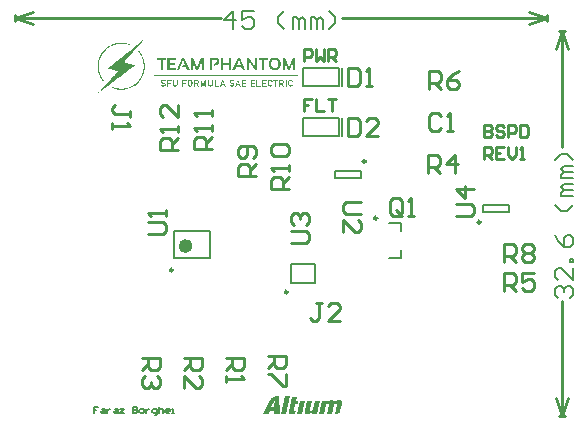
<source format=gto>
G04*
G04 #@! TF.GenerationSoftware,Altium Limited,Altium Designer,19.1.5 (86)*
G04*
G04 Layer_Color=65535*
%FSLAX25Y25*%
%MOIN*%
G70*
G01*
G75*
%ADD10C,0.00984*%
%ADD11C,0.02362*%
%ADD12C,0.00787*%
%ADD13C,0.01000*%
%ADD14C,0.00600*%
G36*
X45388Y125061D02*
X45503D01*
X45634Y125045D01*
X45798Y125029D01*
X45962Y124996D01*
X46356Y124946D01*
X46782Y124848D01*
X47242Y124733D01*
X47701Y124569D01*
X47586Y124241D01*
X47570D01*
X47537Y124258D01*
X47471Y124291D01*
X47373Y124307D01*
X47274Y124356D01*
X47143Y124389D01*
X46995Y124438D01*
X46832Y124471D01*
X46471Y124569D01*
X46044Y124651D01*
X45601Y124700D01*
X45142Y124733D01*
X44683D01*
X44535Y124717D01*
X44372Y124700D01*
X44011Y124668D01*
X43601Y124618D01*
X43174Y124537D01*
X42731Y124422D01*
X42715D01*
X42682Y124405D01*
X42617Y124389D01*
X42535Y124356D01*
X42436Y124323D01*
X42305Y124274D01*
X42026Y124159D01*
X41682Y124012D01*
X41321Y123831D01*
X40944Y123618D01*
X40550Y123372D01*
X40534D01*
X40501Y123339D01*
X40452Y123307D01*
X40370Y123241D01*
X40288Y123175D01*
X40189Y123093D01*
X39944Y122880D01*
X39665Y122634D01*
X39369Y122322D01*
X39074Y121978D01*
X38779Y121601D01*
Y121584D01*
X38746Y121552D01*
X38713Y121502D01*
X38664Y121421D01*
X38599Y121322D01*
X38533Y121207D01*
X38451Y121076D01*
X38369Y120929D01*
X38189Y120600D01*
X38008Y120223D01*
X37828Y119813D01*
X37680Y119370D01*
Y119354D01*
X37664Y119321D01*
X37648Y119256D01*
X37631Y119157D01*
X37598Y119059D01*
X37565Y118928D01*
X37549Y118780D01*
X37516Y118616D01*
X37451Y118255D01*
X37402Y117845D01*
X37369Y117419D01*
Y116960D01*
Y116943D01*
Y116911D01*
Y116845D01*
X37385Y116763D01*
X37402Y116648D01*
Y116517D01*
X37418Y116369D01*
X37451Y116222D01*
X37500Y115861D01*
X37598Y115451D01*
X37697Y115024D01*
X37844Y114582D01*
Y114565D01*
X37861Y114532D01*
X37894Y114467D01*
X37926Y114385D01*
X37975Y114286D01*
X38025Y114155D01*
X38172Y113876D01*
X38336Y113549D01*
X38550Y113188D01*
X38812Y112811D01*
X39091Y112433D01*
X38812Y112187D01*
X38796Y112204D01*
X38779Y112236D01*
X38730Y112286D01*
X38681Y112368D01*
X38599Y112466D01*
X38517Y112581D01*
X38435Y112712D01*
X38336Y112860D01*
X38123Y113204D01*
X37910Y113598D01*
X37697Y114024D01*
X37516Y114467D01*
Y114483D01*
X37500Y114516D01*
X37467Y114582D01*
X37451Y114680D01*
X37402Y114778D01*
X37369Y114910D01*
X37319Y115057D01*
X37287Y115221D01*
X37188Y115598D01*
X37106Y116025D01*
X37041Y116468D01*
X37008Y116943D01*
Y116960D01*
Y117009D01*
Y117075D01*
Y117173D01*
Y117288D01*
X37024Y117419D01*
Y117583D01*
X37041Y117747D01*
X37073Y118140D01*
X37139Y118567D01*
X37238Y119026D01*
X37352Y119485D01*
Y119502D01*
X37369Y119535D01*
X37385Y119600D01*
X37418Y119699D01*
X37467Y119797D01*
X37500Y119928D01*
X37565Y120076D01*
X37631Y120240D01*
X37795Y120600D01*
X37975Y120994D01*
X38221Y121404D01*
X38484Y121814D01*
X38500Y121830D01*
X38517Y121863D01*
X38566Y121913D01*
X38631Y121994D01*
X38697Y122093D01*
X38796Y122191D01*
X39025Y122454D01*
X39287Y122749D01*
X39599Y123061D01*
X39960Y123372D01*
X40337Y123667D01*
X40354Y123684D01*
X40386Y123700D01*
X40452Y123733D01*
X40518Y123782D01*
X40616Y123848D01*
X40747Y123913D01*
X40878Y123995D01*
X41026Y124077D01*
X41370Y124258D01*
X41747Y124438D01*
X42174Y124618D01*
X42617Y124766D01*
X42633D01*
X42666Y124783D01*
X42731Y124799D01*
X42830Y124815D01*
X42945Y124848D01*
X43076Y124881D01*
X43224Y124914D01*
X43404Y124946D01*
X43781Y124996D01*
X44208Y125045D01*
X44667Y125078D01*
X45290D01*
X45388Y125061D01*
D02*
G37*
G36*
X81485Y116008D02*
X80747D01*
Y117714D01*
X78762D01*
Y116008D01*
X78008D01*
Y120010D01*
X78762D01*
Y118354D01*
X80747D01*
Y120010D01*
X81485D01*
Y116008D01*
D02*
G37*
G36*
X76516Y119994D02*
X76647Y119977D01*
X76794Y119945D01*
X76942Y119879D01*
X77090Y119813D01*
X77221Y119715D01*
X77237Y119699D01*
X77270Y119666D01*
X77319Y119600D01*
X77385Y119502D01*
X77434Y119387D01*
X77483Y119239D01*
X77516Y119075D01*
X77532Y118878D01*
Y118846D01*
Y118780D01*
X77516Y118665D01*
X77483Y118534D01*
X77434Y118370D01*
X77352Y118206D01*
X77254Y118042D01*
X77106Y117894D01*
X77090Y117878D01*
X77024Y117829D01*
X76925Y117763D01*
X76794Y117698D01*
X76614Y117599D01*
X76384Y117517D01*
X76122Y117452D01*
X75827Y117386D01*
X75728Y118059D01*
X75745D01*
X75810Y118075D01*
X75909Y118091D01*
X76007Y118124D01*
X76270Y118206D01*
X76384Y118272D01*
X76483Y118337D01*
X76499Y118354D01*
X76532Y118370D01*
X76565Y118419D01*
X76614Y118485D01*
X76712Y118649D01*
X76729Y118747D01*
X76745Y118862D01*
Y118878D01*
Y118895D01*
X76729Y118993D01*
X76696Y119124D01*
X76614Y119223D01*
X76597Y119239D01*
X76516Y119289D01*
X76401Y119338D01*
X76253Y119354D01*
X75236D01*
Y116008D01*
X74498D01*
Y120010D01*
X76401D01*
X76516Y119994D01*
D02*
G37*
G36*
X90308Y116008D02*
X89553D01*
X87438Y118977D01*
Y116008D01*
X86716D01*
Y120010D01*
X87454D01*
X89586Y117091D01*
Y120010D01*
X90308D01*
Y116008D01*
D02*
G37*
G36*
X102969D02*
X102296D01*
Y118780D01*
X101181Y116008D01*
X100558D01*
X99443Y118780D01*
Y116008D01*
X98770D01*
Y120010D01*
X99525D01*
X100902Y116976D01*
X102231Y120010D01*
X102969D01*
Y116008D01*
D02*
G37*
G36*
X72383D02*
X71694D01*
Y118780D01*
X70612Y116008D01*
X69972D01*
X68857Y118780D01*
Y116008D01*
X68168D01*
Y120010D01*
X68955D01*
X70300Y116976D01*
X71645Y120010D01*
X72383D01*
Y116008D01*
D02*
G37*
G36*
X93768Y119370D02*
X92620D01*
Y116008D01*
X91882D01*
Y119370D01*
X90718D01*
Y120010D01*
X93768D01*
Y119370D01*
D02*
G37*
G36*
X86224Y116008D02*
X85437D01*
X84961Y117091D01*
X83633D01*
X83895Y117730D01*
X84699D01*
X84060Y119256D01*
X82731Y116008D01*
X81977D01*
X83682Y120010D01*
X84486D01*
X86224Y116008D01*
D02*
G37*
G36*
X67692D02*
X66872D01*
X66430Y117091D01*
X65085D01*
X65331Y117730D01*
X66151D01*
X65527Y119256D01*
X64183Y116008D01*
X63428D01*
X65134Y120010D01*
X65938D01*
X67692Y116008D01*
D02*
G37*
G36*
X63051Y119370D02*
X61050D01*
Y118354D01*
X62969D01*
Y117698D01*
X61018D01*
Y116648D01*
X63084D01*
Y116008D01*
X60296D01*
Y120010D01*
X63051D01*
Y119370D01*
D02*
G37*
G36*
X59886D02*
X58722D01*
Y116008D01*
X57983D01*
Y119370D01*
X56819D01*
Y120010D01*
X59886D01*
Y119370D01*
D02*
G37*
G36*
X96409Y120010D02*
X96622Y119977D01*
X96868Y119912D01*
X97114Y119830D01*
X97360Y119699D01*
X97557Y119518D01*
X97573Y119502D01*
X97639Y119420D01*
X97721Y119305D01*
X97819Y119141D01*
X97901Y118928D01*
X97983Y118665D01*
X98049Y118354D01*
X98065Y117993D01*
Y117976D01*
Y117944D01*
Y117894D01*
Y117829D01*
X98032Y117648D01*
X98000Y117435D01*
X97934Y117189D01*
X97852Y116927D01*
X97721Y116681D01*
X97557Y116468D01*
X97540Y116451D01*
X97458Y116386D01*
X97343Y116304D01*
X97180Y116222D01*
X96983Y116123D01*
X96720Y116041D01*
X96409Y115976D01*
X96064Y115959D01*
X95966D01*
X95900Y115976D01*
X95736Y115992D01*
X95523Y116025D01*
X95277Y116091D01*
X95031Y116173D01*
X94801Y116304D01*
X94588Y116468D01*
X94572Y116500D01*
X94506Y116566D01*
X94424Y116681D01*
X94342Y116861D01*
X94244Y117075D01*
X94146Y117337D01*
X94080Y117648D01*
X94047Y117993D01*
Y118009D01*
Y118042D01*
Y118091D01*
X94064Y118157D01*
X94080Y118337D01*
X94113Y118567D01*
X94178Y118813D01*
X94260Y119059D01*
X94392Y119305D01*
X94555Y119518D01*
X94572Y119535D01*
X94654Y119600D01*
X94769Y119682D01*
X94933Y119781D01*
X95146Y119879D01*
X95408Y119961D01*
X95720Y120027D01*
X96064Y120043D01*
X96228D01*
X96409Y120010D01*
D02*
G37*
G36*
X103838Y113942D02*
X55917D01*
Y114286D01*
X103838D01*
Y113942D01*
D02*
G37*
G36*
X81993Y112679D02*
X82124Y112646D01*
X82141D01*
X82157Y112630D01*
X82239Y112614D01*
X82337Y112565D01*
X82452Y112483D01*
X82272Y112187D01*
X82256Y112204D01*
X82190Y112236D01*
X82091Y112286D01*
X81993Y112319D01*
X81977Y112335D01*
X81911Y112351D01*
X81813Y112368D01*
X81714Y112384D01*
X81665D01*
X81550Y112351D01*
X81534D01*
X81517Y112335D01*
X81436Y112302D01*
X81403Y112269D01*
X81386Y112236D01*
X81353Y112187D01*
Y112171D01*
Y112154D01*
X81337Y112056D01*
Y112023D01*
X81353Y111958D01*
X81370Y111941D01*
X81403Y111859D01*
X81419Y111843D01*
X81485Y111794D01*
X81501D01*
X81534Y111777D01*
X81583D01*
X81649Y111761D01*
X81665D01*
X81682Y111744D01*
X81747Y111728D01*
X81928D01*
X81993Y111712D01*
X82075Y111695D01*
X82174Y111646D01*
X82190Y111630D01*
X82256Y111613D01*
X82305Y111564D01*
X82370Y111498D01*
X82387Y111482D01*
X82420Y111433D01*
X82452Y111367D01*
X82485Y111285D01*
Y111269D01*
X82502Y111220D01*
X82518Y111154D01*
Y111072D01*
Y111056D01*
Y111023D01*
X82502Y110957D01*
Y110892D01*
X82436Y110728D01*
X82387Y110646D01*
X82321Y110580D01*
X82305D01*
X82288Y110547D01*
X82239Y110531D01*
X82174Y110498D01*
X82091Y110465D01*
X81993Y110449D01*
X81862Y110416D01*
X81632D01*
X81567Y110433D01*
X81419Y110449D01*
X81255Y110482D01*
X81239D01*
X81222Y110498D01*
X81124Y110547D01*
X80993Y110613D01*
X80862Y110728D01*
X81091Y110990D01*
X81107Y110974D01*
X81173Y110924D01*
X81271Y110859D01*
X81370Y110810D01*
X81403D01*
X81485Y110793D01*
X81599Y110777D01*
X81731Y110760D01*
X81763D01*
X81862Y110777D01*
X81960Y110793D01*
X82059Y110826D01*
X82075Y110843D01*
X82124Y110892D01*
X82157Y110957D01*
X82174Y111072D01*
Y111089D01*
Y111138D01*
X82141Y111203D01*
X82108Y111269D01*
X82091Y111285D01*
X82059Y111318D01*
X81977Y111351D01*
X81878Y111384D01*
X81714D01*
X81682Y111400D01*
X81583Y111416D01*
X81567D01*
X81501Y111433D01*
X81403Y111449D01*
X81321Y111482D01*
X81304Y111498D01*
X81255Y111531D01*
X81190Y111581D01*
X81140Y111646D01*
X81124Y111662D01*
X81091Y111695D01*
X81058Y111761D01*
X81025Y111827D01*
Y111843D01*
X81009Y111892D01*
X80993Y111974D01*
Y112056D01*
Y112089D01*
Y112154D01*
X81009Y112236D01*
X81025Y112335D01*
X81042Y112351D01*
X81058Y112400D01*
X81107Y112466D01*
X81173Y112548D01*
X81190Y112565D01*
X81239Y112597D01*
X81321Y112630D01*
X81403Y112663D01*
X81419Y112679D01*
X81501Y112696D01*
X81599Y112712D01*
X81862D01*
X81993Y112679D01*
D02*
G37*
G36*
X59181D02*
X59328Y112646D01*
X59345D01*
X59361Y112630D01*
X59443Y112614D01*
X59541Y112565D01*
X59656Y112483D01*
X59476Y112187D01*
X59460Y112204D01*
X59394Y112236D01*
X59295Y112286D01*
X59197Y112319D01*
X59164Y112335D01*
X59099Y112351D01*
X59017Y112368D01*
X58902Y112384D01*
X58853D01*
X58754Y112351D01*
X58738D01*
X58722Y112335D01*
X58640Y112302D01*
X58607Y112269D01*
X58590Y112236D01*
X58557Y112187D01*
Y112171D01*
X58541Y112154D01*
X58525Y112056D01*
Y112023D01*
X58541Y111958D01*
X58557Y111941D01*
X58607Y111859D01*
X58623Y111843D01*
X58689Y111794D01*
X58705D01*
X58738Y111777D01*
X58787D01*
X58853Y111761D01*
X58869D01*
X58886Y111744D01*
X58951Y111728D01*
X59131D01*
X59197Y111712D01*
X59279Y111695D01*
X59377Y111646D01*
X59394Y111630D01*
X59460Y111613D01*
X59509Y111564D01*
X59574Y111498D01*
X59591Y111482D01*
X59623Y111433D01*
X59656Y111367D01*
X59689Y111285D01*
Y111269D01*
X59706Y111220D01*
X59722Y111154D01*
Y111072D01*
Y111056D01*
Y111023D01*
X59706Y110957D01*
X59689Y110892D01*
X59623Y110728D01*
X59574Y110646D01*
X59509Y110580D01*
X59492D01*
X59476Y110547D01*
X59427Y110531D01*
X59361Y110498D01*
X59279Y110465D01*
X59181Y110449D01*
X59066Y110416D01*
X58836D01*
X58771Y110433D01*
X58623Y110449D01*
X58459Y110482D01*
X58443D01*
X58426Y110498D01*
X58328Y110547D01*
X58197Y110613D01*
X58049Y110728D01*
X58295Y110990D01*
X58311Y110974D01*
X58377Y110924D01*
X58459Y110859D01*
X58574Y110810D01*
X58607D01*
X58689Y110793D01*
X58803Y110777D01*
X58935Y110760D01*
X58968D01*
X59066Y110777D01*
X59164Y110793D01*
X59263Y110826D01*
X59279Y110843D01*
X59328Y110892D01*
X59361Y110957D01*
X59377Y111072D01*
Y111089D01*
X59361Y111138D01*
X59345Y111203D01*
X59295Y111269D01*
X59279Y111285D01*
X59246Y111318D01*
X59181Y111351D01*
X59082Y111384D01*
X58918D01*
X58886Y111400D01*
X58836D01*
X58771Y111416D01*
X58754D01*
X58689Y111433D01*
X58607Y111449D01*
X58525Y111482D01*
X58508Y111498D01*
X58459Y111531D01*
X58394Y111581D01*
X58328Y111646D01*
X58311Y111662D01*
X58295Y111695D01*
X58246Y111761D01*
X58213Y111827D01*
Y111843D01*
X58197Y111892D01*
X58180Y111974D01*
X58164Y112056D01*
Y112089D01*
Y112154D01*
X58180Y112236D01*
X58213Y112335D01*
X58230Y112351D01*
X58262Y112400D01*
X58311Y112466D01*
X58377Y112548D01*
X58394Y112565D01*
X58443Y112597D01*
X58508Y112630D01*
X58590Y112663D01*
X58623Y112679D01*
X58689Y112696D01*
X58787Y112712D01*
X59049D01*
X59181Y112679D01*
D02*
G37*
G36*
X101558Y112696D02*
X101657Y112663D01*
X101673D01*
X101739Y112630D01*
X101821Y112597D01*
X101903Y112532D01*
X101919Y112515D01*
X101968Y112466D01*
X102017Y112400D01*
X102067Y112302D01*
X102083Y112286D01*
X102100Y112220D01*
X102149Y112138D01*
X102181Y112040D01*
X101788D01*
Y112056D01*
X101771Y112089D01*
X101739Y112171D01*
Y112187D01*
X101722Y112204D01*
X101657Y112286D01*
X101640Y112302D01*
X101608Y112319D01*
X101509Y112351D01*
X101493D01*
X101460Y112368D01*
X101362Y112384D01*
X101329Y112368D01*
X101263Y112351D01*
X101230D01*
X101148Y112335D01*
X101132Y112319D01*
X101083Y112269D01*
X101066Y112253D01*
X101017Y112220D01*
X101001Y112187D01*
X100952Y112122D01*
Y112089D01*
X100935Y112023D01*
Y112007D01*
X100919Y111990D01*
Y111925D01*
X100902Y111843D01*
Y111827D01*
Y111761D01*
Y111679D01*
Y111581D01*
Y111548D01*
Y111482D01*
Y111384D01*
Y111285D01*
Y111269D01*
X100919Y111220D01*
Y111154D01*
X100935Y111105D01*
Y111072D01*
X100952Y111006D01*
X100968Y110974D01*
X101017Y110908D01*
X101033Y110892D01*
X101083Y110843D01*
X101099Y110826D01*
X101148Y110810D01*
X101165D01*
X101181Y110793D01*
X101263Y110760D01*
X101394D01*
X101444Y110777D01*
X101525Y110793D01*
X101608Y110826D01*
X101624Y110843D01*
X101673Y110892D01*
X101739Y110957D01*
X101788Y111072D01*
X102181D01*
X102165Y111039D01*
X102149Y110974D01*
X102100Y110875D01*
X102050Y110777D01*
X102034Y110760D01*
X102001Y110711D01*
X101952Y110646D01*
X101886Y110564D01*
X101870Y110547D01*
X101821Y110531D01*
X101739Y110482D01*
X101640Y110449D01*
X101624D01*
X101558Y110433D01*
X101460Y110416D01*
X101296D01*
X101214Y110433D01*
X101132Y110449D01*
X101116D01*
X101066Y110465D01*
X101001Y110498D01*
X100919Y110531D01*
X100902Y110547D01*
X100870Y110580D01*
X100755Y110662D01*
Y110679D01*
X100722Y110711D01*
X100656Y110810D01*
X100640Y110826D01*
X100624Y110859D01*
Y110875D01*
Y110908D01*
X100607Y110924D01*
X100591Y110957D01*
Y110974D01*
Y110990D01*
Y111039D01*
Y111056D01*
X100574Y111089D01*
X100558Y111154D01*
X100541Y111236D01*
Y111252D01*
Y111335D01*
Y111433D01*
Y111581D01*
Y111597D01*
Y111613D01*
Y111695D01*
Y111794D01*
Y111892D01*
Y111908D01*
X100558Y111974D01*
X100574Y112023D01*
X100591Y112089D01*
Y112105D01*
Y112122D01*
X100607Y112204D01*
Y112220D01*
X100624Y112236D01*
X100656Y112319D01*
X100673Y112335D01*
X100689Y112368D01*
X100755Y112466D01*
X100771Y112483D01*
X100804Y112515D01*
X100853Y112565D01*
X100919Y112597D01*
X100935Y112614D01*
X100984Y112630D01*
X101050Y112663D01*
X101132Y112679D01*
X101148D01*
X101198Y112696D01*
X101279Y112712D01*
X101460D01*
X101558Y112696D01*
D02*
G37*
G36*
X94769D02*
X94867Y112663D01*
X94900D01*
X94949Y112630D01*
X95031Y112597D01*
X95113Y112532D01*
X95130Y112515D01*
X95179Y112466D01*
X95228Y112400D01*
X95277Y112302D01*
X95293Y112286D01*
X95310Y112220D01*
X95343Y112138D01*
X95376Y112040D01*
X95015D01*
Y112056D01*
X94998Y112089D01*
X94949Y112171D01*
Y112187D01*
X94933Y112204D01*
X94851Y112286D01*
Y112302D01*
X94818Y112319D01*
X94736Y112351D01*
X94719D01*
X94687Y112368D01*
X94588Y112384D01*
X94572D01*
X94539Y112368D01*
X94457Y112351D01*
X94424D01*
X94375Y112335D01*
X94342Y112319D01*
X94293Y112269D01*
X94277Y112253D01*
X94211Y112220D01*
X94195Y112187D01*
X94162Y112122D01*
X94146Y112089D01*
X94129Y112023D01*
Y112007D01*
Y111990D01*
X94113Y111925D01*
Y111843D01*
Y111827D01*
Y111761D01*
Y111679D01*
Y111581D01*
Y111548D01*
Y111482D01*
Y111384D01*
Y111285D01*
Y111269D01*
Y111220D01*
Y111154D01*
X94129Y111105D01*
X94146Y111072D01*
X94162Y111006D01*
X94178Y110974D01*
X94211Y110908D01*
X94227D01*
X94244Y110892D01*
X94293Y110843D01*
X94310Y110826D01*
X94375Y110810D01*
X94392Y110793D01*
X94457Y110760D01*
X94605D01*
X94670Y110777D01*
X94752Y110793D01*
X94834Y110826D01*
X94851Y110843D01*
X94900Y110892D01*
X94965Y110957D01*
X95015Y111072D01*
X95376D01*
Y111039D01*
X95359Y110974D01*
X95326Y110875D01*
X95277Y110777D01*
X95261Y110760D01*
X95228Y110711D01*
X95162Y110646D01*
X95080Y110564D01*
X95064Y110547D01*
X95015Y110531D01*
X94949Y110482D01*
X94851Y110449D01*
X94834D01*
X94769Y110433D01*
X94687Y110416D01*
X94506D01*
X94408Y110433D01*
X94326Y110449D01*
X94310D01*
X94260Y110465D01*
X94129Y110531D01*
X94113Y110547D01*
X94080Y110580D01*
X93965Y110662D01*
X93949Y110679D01*
X93932Y110711D01*
X93850Y110810D01*
Y110826D01*
X93834Y110859D01*
Y110875D01*
X93818Y110908D01*
X93801Y110924D01*
X93785Y110957D01*
Y110974D01*
Y110990D01*
Y111039D01*
Y111056D01*
Y111089D01*
X93768Y111154D01*
Y111236D01*
Y111252D01*
Y111335D01*
Y111433D01*
Y111581D01*
Y111597D01*
Y111613D01*
Y111695D01*
Y111794D01*
Y111892D01*
Y111908D01*
Y111974D01*
Y112023D01*
X93785Y112089D01*
Y112105D01*
X93801Y112122D01*
X93818Y112204D01*
Y112220D01*
X93834Y112236D01*
X93850Y112319D01*
X93867Y112335D01*
X93883Y112368D01*
X93965Y112466D01*
X93981Y112483D01*
X94014Y112515D01*
X94129Y112597D01*
X94146Y112614D01*
X94178Y112630D01*
X94244Y112663D01*
X94326Y112679D01*
X94342D01*
X94408Y112696D01*
X94490Y112712D01*
X94687D01*
X94769Y112696D01*
D02*
G37*
G36*
X73268Y110433D02*
X72924D01*
Y111843D01*
X72908D01*
X72448Y110760D01*
X72153D01*
X71678Y111843D01*
X71661D01*
Y110433D01*
X71317D01*
Y112696D01*
X71645D01*
X72301Y111220D01*
X72940Y112696D01*
X73268D01*
Y110433D01*
D02*
G37*
G36*
X75482Y111187D02*
Y111154D01*
Y111089D01*
X75450Y110990D01*
X75417Y110875D01*
X75400Y110859D01*
X75384Y110793D01*
X75318Y110711D01*
X75236Y110629D01*
X75220Y110613D01*
X75171Y110564D01*
X75089Y110514D01*
X74990Y110465D01*
X74958D01*
X74892Y110449D01*
X74793Y110433D01*
X74679Y110416D01*
X74564D01*
X74466Y110433D01*
X74351Y110465D01*
X74334Y110482D01*
X74269Y110498D01*
X74187Y110564D01*
X74105Y110629D01*
X74088Y110646D01*
X74039Y110711D01*
X73974Y110777D01*
X73908Y110875D01*
Y110908D01*
X73892Y110974D01*
X73875Y111072D01*
X73859Y111187D01*
Y112696D01*
X74203D01*
Y111236D01*
Y111220D01*
Y111170D01*
X74236Y111039D01*
Y111023D01*
X74269Y110990D01*
X74301Y110941D01*
X74351Y110875D01*
X74367Y110859D01*
X74400Y110843D01*
X74482Y110777D01*
X74531D01*
X74597Y110760D01*
X74744D01*
X74859Y110777D01*
X74875D01*
X74908Y110810D01*
X75007Y110875D01*
X75023Y110892D01*
X75039Y110924D01*
X75105Y111039D01*
Y111056D01*
X75121Y111089D01*
X75138Y111154D01*
Y111236D01*
Y112696D01*
X75482D01*
Y111187D01*
D02*
G37*
G36*
X63707D02*
Y111154D01*
Y111089D01*
X63674Y110990D01*
X63642Y110875D01*
X63625Y110859D01*
X63609Y110793D01*
X63543Y110711D01*
X63461Y110629D01*
X63445Y110613D01*
X63396Y110564D01*
X63314Y110514D01*
X63215Y110465D01*
X63182D01*
X63117Y110449D01*
X63018Y110433D01*
X62887Y110416D01*
X62789D01*
X62690Y110433D01*
X62576Y110465D01*
X62559Y110482D01*
X62493Y110498D01*
X62411Y110564D01*
X62330Y110629D01*
X62313Y110646D01*
X62264Y110711D01*
X62198Y110777D01*
X62133Y110875D01*
Y110908D01*
X62116Y110974D01*
X62100Y111072D01*
X62084Y111187D01*
Y112696D01*
X62428D01*
Y111236D01*
Y111220D01*
Y111170D01*
X62461Y111039D01*
Y111023D01*
X62493Y110990D01*
X62559Y110875D01*
X62576Y110859D01*
X62608Y110843D01*
X62707Y110777D01*
X62756D01*
X62822Y110760D01*
X63018D01*
X63068Y110777D01*
X63084D01*
X63117Y110810D01*
X63215Y110875D01*
X63231Y110892D01*
X63264Y110924D01*
X63297Y110974D01*
X63330Y111039D01*
Y111056D01*
X63346Y111089D01*
X63363Y111154D01*
Y111236D01*
Y112696D01*
X63707D01*
Y111187D01*
D02*
G37*
G36*
X100000Y110433D02*
X99656D01*
Y112696D01*
X100000D01*
Y110433D01*
D02*
G37*
G36*
X98606Y112679D02*
X98688Y112663D01*
X98705D01*
X98754Y112646D01*
X98885Y112565D01*
X98901Y112548D01*
X98951Y112499D01*
X99000Y112433D01*
X99049Y112351D01*
X99066Y112335D01*
X99082Y112269D01*
X99098Y112187D01*
X99115Y112073D01*
Y112056D01*
Y112040D01*
X99098Y111925D01*
X99066Y111794D01*
X99000Y111662D01*
X98984Y111646D01*
X98918Y111581D01*
X98820Y111498D01*
X98688Y111433D01*
X99197Y110433D01*
X98803D01*
X98311Y111400D01*
X97885D01*
Y110433D01*
X97540D01*
Y112696D01*
X98508D01*
X98606Y112679D01*
D02*
G37*
G36*
X97147Y112400D02*
X96523D01*
Y110433D01*
X96179D01*
Y112400D01*
X95556D01*
Y112696D01*
X97147D01*
Y112400D01*
D02*
G37*
G36*
X93358Y112384D02*
X92243D01*
Y111728D01*
X93194D01*
Y111416D01*
X92243D01*
Y110760D01*
X93358D01*
Y110433D01*
X91899D01*
Y112696D01*
X93358D01*
Y112384D01*
D02*
G37*
G36*
X90308Y110760D02*
X91423D01*
Y110433D01*
X89964D01*
Y112696D01*
X90308D01*
Y110760D01*
D02*
G37*
G36*
X89472Y112384D02*
X88373D01*
Y111728D01*
X89324D01*
Y111416D01*
X88373D01*
Y110760D01*
X89472D01*
Y110433D01*
X88028D01*
Y112696D01*
X89472D01*
Y112384D01*
D02*
G37*
G36*
X86602D02*
X85503D01*
Y111728D01*
X86454D01*
Y111416D01*
X85503D01*
Y110760D01*
X86602D01*
Y110433D01*
X85158D01*
Y112696D01*
X86602D01*
Y112384D01*
D02*
G37*
G36*
X84765Y110433D02*
X84387D01*
X84224Y110924D01*
X83354D01*
X83190Y110433D01*
X82813D01*
X83649Y112696D01*
X83928D01*
X84765Y110433D01*
D02*
G37*
G36*
X79730D02*
X79353D01*
X79189Y110924D01*
X78320D01*
X78155Y110433D01*
X77778D01*
X78615Y112696D01*
X78894D01*
X79730Y110433D01*
D02*
G37*
G36*
X76417Y110760D02*
X77549D01*
Y110433D01*
X76089D01*
Y112696D01*
X76417D01*
Y110760D01*
D02*
G37*
G36*
X70267Y112679D02*
X70349Y112663D01*
X70366D01*
X70415Y112646D01*
X70497Y112614D01*
X70579Y112565D01*
X70595Y112548D01*
X70628Y112499D01*
X70677Y112433D01*
X70726Y112351D01*
X70743Y112335D01*
X70759Y112269D01*
X70776Y112187D01*
X70792Y112073D01*
Y112056D01*
Y112040D01*
X70776Y111925D01*
X70743Y111794D01*
X70677Y111662D01*
X70661Y111646D01*
X70595Y111581D01*
X70497Y111498D01*
X70349Y111433D01*
X70890Y110433D01*
X70464D01*
X70005Y111400D01*
X69546D01*
Y110433D01*
X69201D01*
Y112696D01*
X70185D01*
X70267Y112679D01*
D02*
G37*
G36*
X66676Y112384D02*
X65577D01*
Y111712D01*
X66528D01*
Y111400D01*
X65577D01*
Y110433D01*
X65232D01*
Y112696D01*
X66676D01*
Y112384D01*
D02*
G37*
G36*
X61706D02*
X60591D01*
Y111712D01*
X61542D01*
Y111400D01*
X60591D01*
Y110433D01*
X60247D01*
Y112696D01*
X61706D01*
Y112384D01*
D02*
G37*
G36*
X68004Y112696D02*
X68086Y112679D01*
X68102D01*
X68151Y112663D01*
X68217Y112646D01*
X68283Y112597D01*
X68299Y112581D01*
X68348Y112565D01*
X68447Y112466D01*
X68463Y112450D01*
X68480Y112417D01*
X68545Y112319D01*
X68562Y112286D01*
X68594Y112204D01*
X68611Y112171D01*
X68643Y112089D01*
Y112073D01*
Y112040D01*
Y111974D01*
Y111892D01*
Y111876D01*
X68660Y111810D01*
Y111712D01*
Y111581D01*
Y111564D01*
Y111548D01*
Y111466D01*
Y111351D01*
X68643Y111236D01*
Y111220D01*
Y111170D01*
Y111105D01*
Y111039D01*
Y111023D01*
X68627Y111006D01*
X68594Y110908D01*
X68578Y110875D01*
X68545Y110810D01*
Y110793D01*
X68529Y110760D01*
X68447Y110662D01*
X68430Y110646D01*
X68397Y110629D01*
X68348Y110580D01*
X68283Y110531D01*
X68266D01*
X68234Y110498D01*
X68168Y110482D01*
X68086Y110449D01*
X68069D01*
X68020Y110433D01*
X67938Y110416D01*
X67758D01*
X67676Y110433D01*
X67594Y110449D01*
X67577D01*
X67528Y110465D01*
X67397Y110531D01*
X67381Y110547D01*
X67348Y110580D01*
X67233Y110662D01*
X67217Y110679D01*
X67200Y110711D01*
X67135Y110810D01*
X67118Y110826D01*
X67102Y110859D01*
Y110875D01*
X67085Y110908D01*
Y110924D01*
X67069Y110957D01*
Y110974D01*
Y110990D01*
X67053Y111039D01*
Y111056D01*
Y111089D01*
Y111154D01*
X67036Y111236D01*
Y111252D01*
Y111335D01*
X67020Y111433D01*
Y111581D01*
Y111597D01*
Y111613D01*
Y111695D01*
Y111794D01*
X67036Y111892D01*
Y111908D01*
X67053Y111974D01*
Y112023D01*
Y112089D01*
Y112105D01*
X67069Y112122D01*
X67085Y112204D01*
Y112220D01*
X67102Y112236D01*
X67135Y112319D01*
Y112335D01*
X67168Y112368D01*
X67233Y112466D01*
X67250Y112483D01*
X67282Y112515D01*
X67331Y112565D01*
X67397Y112597D01*
X67414Y112614D01*
X67446Y112630D01*
X67512Y112663D01*
X67594Y112679D01*
X67610D01*
X67676Y112696D01*
X67742Y112712D01*
X67922D01*
X68004Y112696D01*
D02*
G37*
G36*
X50800Y122405D02*
X50817Y122372D01*
X50866Y122322D01*
X50932Y122240D01*
X50997Y122159D01*
X51079Y122044D01*
X51178Y121913D01*
X51276Y121781D01*
X51506Y121453D01*
X51719Y121076D01*
X51948Y120650D01*
X52145Y120207D01*
Y120191D01*
X52162Y120158D01*
X52194Y120092D01*
X52227Y119994D01*
X52260Y119879D01*
X52309Y119748D01*
X52358Y119600D01*
X52407Y119420D01*
X52506Y119043D01*
X52604Y118616D01*
X52670Y118140D01*
X52719Y117648D01*
Y117632D01*
Y117583D01*
Y117517D01*
Y117419D01*
Y117304D01*
Y117157D01*
Y116992D01*
X52703Y116812D01*
X52670Y116419D01*
X52621Y115976D01*
X52522Y115500D01*
X52407Y115008D01*
Y114992D01*
X52391Y114959D01*
X52375Y114877D01*
X52342Y114795D01*
X52293Y114680D01*
X52244Y114549D01*
X52194Y114385D01*
X52129Y114221D01*
X51965Y113860D01*
X51768Y113467D01*
X51538Y113040D01*
X51259Y112630D01*
X51243Y112614D01*
X51227Y112581D01*
X51178Y112532D01*
X51112Y112450D01*
X51046Y112351D01*
X50948Y112236D01*
X50735Y111990D01*
X50456Y111695D01*
X50128Y111384D01*
X49767Y111056D01*
X49357Y110760D01*
X49341D01*
X49308Y110728D01*
X49242Y110695D01*
X49160Y110646D01*
X49062Y110580D01*
X48947Y110498D01*
X48799Y110416D01*
X48652Y110334D01*
X48291Y110154D01*
X47881Y109973D01*
X47438Y109793D01*
X46963Y109645D01*
X46946D01*
X46881Y109629D01*
X46766Y109596D01*
X46635Y109563D01*
X46471Y109530D01*
X46307Y109498D01*
X45913Y109432D01*
X45897D01*
X45831Y109416D01*
X45716D01*
X45585Y109399D01*
X45437Y109383D01*
X45257D01*
X44864Y109367D01*
X44732D01*
X44585Y109383D01*
X44388D01*
X44142Y109399D01*
X43896Y109432D01*
X43617Y109465D01*
X43322Y109514D01*
X43289D01*
X43191Y109547D01*
X43043Y109580D01*
X42846Y109629D01*
X42617Y109695D01*
X42371Y109776D01*
X41829Y109973D01*
X41961Y110318D01*
X41977D01*
X42010Y110301D01*
X42075Y110268D01*
X42174Y110236D01*
X42289Y110187D01*
X42420Y110154D01*
X42568Y110105D01*
X42731Y110055D01*
X43109Y109941D01*
X43535Y109842D01*
X43978Y109776D01*
X44453Y109727D01*
X45241D01*
X45601Y109760D01*
X46028Y109809D01*
X46471Y109875D01*
X46913Y109990D01*
X46930D01*
X46963Y110006D01*
X47028Y110022D01*
X47110Y110055D01*
X47225Y110088D01*
X47340Y110137D01*
X47635Y110252D01*
X47980Y110400D01*
X48357Y110580D01*
X48750Y110810D01*
X49144Y111056D01*
X49160Y111072D01*
X49193Y111089D01*
X49242Y111121D01*
X49324Y111187D01*
X49406Y111252D01*
X49521Y111335D01*
X49767Y111548D01*
X50046Y111810D01*
X50358Y112105D01*
X50669Y112450D01*
X50964Y112843D01*
X50981Y112860D01*
X50997Y112892D01*
X51046Y112958D01*
X51095Y113024D01*
X51161Y113122D01*
X51227Y113253D01*
X51309Y113384D01*
X51391Y113532D01*
X51571Y113876D01*
X51768Y114270D01*
X51932Y114680D01*
X52079Y115139D01*
Y115156D01*
X52096Y115189D01*
X52112Y115254D01*
X52129Y115352D01*
X52162Y115467D01*
X52194Y115598D01*
X52227Y115746D01*
X52260Y115910D01*
X52309Y116271D01*
X52358Y116697D01*
X52375Y117124D01*
Y117583D01*
Y117599D01*
Y117632D01*
Y117698D01*
X52358Y117796D01*
X52342Y117911D01*
Y118042D01*
X52309Y118190D01*
X52293Y118354D01*
X52227Y118714D01*
X52129Y119124D01*
X52014Y119567D01*
X51850Y120010D01*
Y120027D01*
X51833Y120059D01*
X51801Y120125D01*
X51768Y120207D01*
X51719Y120322D01*
X51653Y120437D01*
X51506Y120732D01*
X51325Y121060D01*
X51095Y121421D01*
X50817Y121798D01*
X50505Y122175D01*
X50784Y122421D01*
X50800Y122405D01*
D02*
G37*
G36*
X52145Y125947D02*
X52162Y125898D01*
X52178Y125881D01*
X52194Y125865D01*
X52178Y125848D01*
X52162Y125832D01*
X52112Y125783D01*
X52063Y125717D01*
X51899Y125537D01*
X51686Y125307D01*
X51440Y125029D01*
X51178Y124717D01*
X50882Y124389D01*
X50571Y124045D01*
X50554Y124028D01*
X50538Y124012D01*
X50489Y123962D01*
X50440Y123897D01*
X50275Y123716D01*
X50062Y123487D01*
X49833Y123208D01*
X49554Y122897D01*
X49259Y122569D01*
X48963Y122224D01*
X48947Y122208D01*
X48931Y122191D01*
X48882Y122142D01*
X48832Y122076D01*
X48668Y121896D01*
X48455Y121667D01*
X48209Y121388D01*
X47930Y121076D01*
X47635Y120748D01*
X47324Y120404D01*
X47307Y120387D01*
X47291Y120371D01*
X47242Y120322D01*
X47192Y120256D01*
X47028Y120076D01*
X46815Y119846D01*
X46569Y119567D01*
X46290Y119256D01*
X45995Y118928D01*
X45684Y118583D01*
X45700D01*
X45733Y118567D01*
X45782Y118551D01*
X45847Y118534D01*
X45930Y118518D01*
X46044Y118485D01*
X46290Y118419D01*
X46586Y118337D01*
X46897Y118255D01*
X47242Y118157D01*
X47602Y118059D01*
X47619D01*
X47651Y118042D01*
X47701D01*
X47766Y118009D01*
X47848Y117993D01*
X47963Y117960D01*
X48209Y117911D01*
X48488Y117829D01*
X48816Y117747D01*
X49177Y117648D01*
X49538Y117550D01*
X49521Y117534D01*
X49455Y117484D01*
X49373Y117435D01*
X49292Y117370D01*
X49275Y117353D01*
X49226Y117321D01*
X49160Y117255D01*
X49078Y117189D01*
X49062Y117173D01*
X49013Y117140D01*
X48931Y117075D01*
X48832Y117009D01*
X48701Y116911D01*
X48537Y116796D01*
X48357Y116665D01*
X48160Y116517D01*
X47947Y116353D01*
X47717Y116189D01*
X47225Y115812D01*
X46700Y115418D01*
X46159Y115008D01*
X46143Y114992D01*
X46093Y114959D01*
X46011Y114893D01*
X45913Y114828D01*
X45782Y114729D01*
X45634Y114614D01*
X45454Y114483D01*
X45257Y114336D01*
X45060Y114172D01*
X44831Y114008D01*
X44339Y113630D01*
X43814Y113237D01*
X43273Y112827D01*
X43256Y112811D01*
X43207Y112778D01*
X43125Y112729D01*
X43027Y112646D01*
X42895Y112548D01*
X42748Y112433D01*
X42568Y112302D01*
X42371Y112154D01*
X42158Y111990D01*
X41928Y111827D01*
X41452Y111466D01*
X40927Y111072D01*
X40386Y110662D01*
X40370Y110646D01*
X40321Y110613D01*
X40239Y110547D01*
X40140Y110482D01*
X40009Y110383D01*
X39845Y110252D01*
X39681Y110121D01*
X39484Y109973D01*
X39271Y109826D01*
X39042Y109645D01*
X38550Y109284D01*
X38025Y108891D01*
X37484Y108497D01*
X37467Y108481D01*
X37434Y108448D01*
X37369Y108382D01*
X37287Y108317D01*
X37270Y108300D01*
X37221Y108284D01*
X37172Y108268D01*
X37156Y108284D01*
X37139Y108300D01*
Y108317D01*
X37123Y108366D01*
X37139Y108415D01*
X37205Y108481D01*
X37221Y108497D01*
X37287Y108530D01*
X37336Y108579D01*
X37402Y108628D01*
Y108645D01*
X37434Y108661D01*
X37516Y108743D01*
X37648Y108891D01*
X37811Y109071D01*
X38008Y109284D01*
X38238Y109530D01*
X38484Y109793D01*
X38730Y110055D01*
Y110072D01*
X38763Y110088D01*
X38845Y110170D01*
X38976Y110318D01*
X39140Y110498D01*
X39337Y110711D01*
X39566Y110941D01*
X39796Y111203D01*
X40042Y111466D01*
Y111482D01*
X40075Y111498D01*
X40157Y111581D01*
X40288Y111728D01*
X40452Y111908D01*
X40649Y112122D01*
X40878Y112368D01*
X41124Y112630D01*
X41370Y112892D01*
Y112909D01*
X41403Y112925D01*
X41485Y113007D01*
X41616Y113155D01*
X41780Y113335D01*
X41977Y113549D01*
X42207Y113778D01*
X42453Y114041D01*
X42699Y114303D01*
X42715Y114319D01*
X42748Y114352D01*
X42797Y114401D01*
X42863Y114483D01*
X43010Y114647D01*
X43207Y114844D01*
X43224Y114860D01*
X43256Y114893D01*
X43306Y114943D01*
X43371Y115024D01*
X43535Y115221D01*
X43716Y115451D01*
X43699D01*
X43683Y115467D01*
X43584Y115500D01*
X43420Y115549D01*
X43224Y115615D01*
X42977Y115697D01*
X42715Y115795D01*
X42436Y115877D01*
X42141Y115976D01*
X42125D01*
X42108Y115992D01*
X42010Y116025D01*
X41862Y116074D01*
X41649Y116140D01*
X41420Y116222D01*
X41157Y116320D01*
X40862Y116419D01*
X40567Y116517D01*
X40583Y116533D01*
X40632Y116566D01*
X40714Y116632D01*
X40813Y116730D01*
X40944Y116829D01*
X41108Y116960D01*
X41288Y117107D01*
X41485Y117271D01*
X41698Y117435D01*
X41928Y117632D01*
X42420Y118026D01*
X42945Y118452D01*
X43486Y118895D01*
X43502Y118911D01*
X43551Y118944D01*
X43633Y119010D01*
X43732Y119092D01*
X43863Y119207D01*
X44027Y119321D01*
X44208Y119469D01*
X44404Y119633D01*
X44601Y119797D01*
X44831Y119977D01*
X45323Y120371D01*
X45847Y120797D01*
X46389Y121240D01*
X46405Y121256D01*
X46454Y121289D01*
X46536Y121355D01*
X46635Y121453D01*
X46766Y121552D01*
X46913Y121683D01*
X47094Y121830D01*
X47291Y121994D01*
X47504Y122159D01*
X47717Y122355D01*
X48209Y122749D01*
X48734Y123175D01*
X49259Y123618D01*
X49275Y123635D01*
X49324Y123667D01*
X49406Y123733D01*
X49505Y123815D01*
X49636Y123930D01*
X49800Y124045D01*
X49964Y124192D01*
X50161Y124356D01*
X50374Y124520D01*
X50603Y124700D01*
X51079Y125094D01*
X51604Y125521D01*
X52145Y125963D01*
Y125947D01*
D02*
G37*
G36*
X117617Y5859D02*
X117706Y5854D01*
X117784Y5843D01*
X117845Y5832D01*
X117889Y5821D01*
X117917Y5815D01*
X117928Y5809D01*
X118011Y5787D01*
X118083Y5759D01*
X118156Y5726D01*
X118211Y5698D01*
X118255Y5671D01*
X118294Y5649D01*
X118316Y5632D01*
X118322Y5626D01*
X118372Y5571D01*
X118416Y5510D01*
X118450Y5449D01*
X118472Y5393D01*
X118489Y5338D01*
X118505Y5293D01*
X118511Y5266D01*
Y5260D01*
Y5254D01*
X118522Y5160D01*
Y5060D01*
X118516Y4966D01*
X118505Y4871D01*
X118489Y4788D01*
X118477Y4727D01*
X118472Y4699D01*
Y4683D01*
X118466Y4672D01*
Y4666D01*
X117834Y2152D01*
X117789Y2030D01*
X117734Y1919D01*
X117667Y1819D01*
X117595Y1736D01*
X117528Y1669D01*
X117473Y1619D01*
X117451Y1603D01*
X117439Y1592D01*
X117428Y1586D01*
X117423Y1580D01*
X117301Y1503D01*
X117179Y1447D01*
X117057Y1408D01*
X116951Y1381D01*
X116857Y1364D01*
X116818Y1358D01*
X116785D01*
X116757Y1353D01*
X115991D01*
X116718Y4255D01*
X116740Y4350D01*
X116746Y4428D01*
Y4494D01*
X116740Y4550D01*
X116729Y4589D01*
X116718Y4622D01*
X116712Y4638D01*
X116707Y4644D01*
X116674Y4688D01*
X116624Y4716D01*
X116574Y4738D01*
X116518Y4755D01*
X116468Y4766D01*
X116429Y4772D01*
X116391D01*
X116302Y4766D01*
X116224Y4749D01*
X116152Y4733D01*
X116096Y4710D01*
X116047Y4683D01*
X116013Y4666D01*
X115991Y4650D01*
X115985Y4644D01*
X115930Y4589D01*
X115885Y4527D01*
X115847Y4466D01*
X115819Y4400D01*
X115791Y4344D01*
X115775Y4300D01*
X115769Y4267D01*
X115763Y4261D01*
Y4255D01*
X115036Y1353D01*
X113399D01*
X114121Y4250D01*
X114143Y4344D01*
X114154Y4422D01*
Y4494D01*
X114148Y4550D01*
X114137Y4589D01*
X114126Y4622D01*
X114121Y4638D01*
X114115Y4644D01*
X114076Y4688D01*
X114032Y4716D01*
X113976Y4738D01*
X113921Y4755D01*
X113871Y4766D01*
X113832Y4772D01*
X113793D01*
X113710Y4766D01*
X113632Y4749D01*
X113566Y4733D01*
X113510Y4710D01*
X113466Y4683D01*
X113432Y4666D01*
X113410Y4650D01*
X113405Y4644D01*
X113349Y4589D01*
X113305Y4527D01*
X113266Y4466D01*
X113238Y4400D01*
X113216Y4344D01*
X113199Y4300D01*
X113194Y4267D01*
X113188Y4261D01*
Y4255D01*
X112456Y1353D01*
X110818D01*
X111917Y5748D01*
X113571D01*
X113444Y5216D01*
X113460D01*
X113560Y5332D01*
X113660Y5432D01*
X113765Y5515D01*
X113860Y5582D01*
X113943Y5637D01*
X113976Y5660D01*
X114004Y5676D01*
X114032Y5687D01*
X114049Y5698D01*
X114060Y5704D01*
X114065D01*
X114198Y5759D01*
X114337Y5798D01*
X114470Y5832D01*
X114598Y5848D01*
X114653Y5859D01*
X114703D01*
X114748Y5865D01*
X114787Y5870D01*
X114959D01*
X115048Y5865D01*
X115125Y5859D01*
X115192Y5848D01*
X115247Y5843D01*
X115286Y5832D01*
X115308Y5826D01*
X115319D01*
X115392Y5809D01*
X115453Y5793D01*
X115508Y5771D01*
X115558Y5748D01*
X115597Y5732D01*
X115625Y5715D01*
X115641Y5710D01*
X115647Y5704D01*
X115691Y5671D01*
X115730Y5632D01*
X115769Y5599D01*
X115797Y5565D01*
X115819Y5532D01*
X115836Y5510D01*
X115841Y5493D01*
X115847Y5488D01*
X115897Y5388D01*
X115919Y5338D01*
X115936Y5288D01*
X115947Y5249D01*
X115958Y5216D01*
X115963Y5193D01*
Y5188D01*
X116019Y5254D01*
X116074Y5316D01*
X116124Y5371D01*
X116174Y5421D01*
X116218Y5460D01*
X116252Y5488D01*
X116274Y5504D01*
X116280Y5510D01*
X116346Y5560D01*
X116413Y5599D01*
X116474Y5632D01*
X116529Y5665D01*
X116579Y5687D01*
X116618Y5704D01*
X116640Y5710D01*
X116651Y5715D01*
X116790Y5765D01*
X116851Y5787D01*
X116912Y5804D01*
X116957Y5815D01*
X116996Y5826D01*
X117023Y5832D01*
X117029D01*
X117168Y5854D01*
X117234Y5859D01*
X117295Y5865D01*
X117345Y5870D01*
X117523D01*
X117617Y5859D01*
D02*
G37*
G36*
X110008Y1347D02*
X108376D01*
X108504Y1874D01*
X108482D01*
X108382Y1764D01*
X108282Y1669D01*
X108182Y1586D01*
X108088Y1519D01*
X108004Y1469D01*
X107971Y1447D01*
X107943Y1431D01*
X107916Y1419D01*
X107899Y1408D01*
X107888Y1403D01*
X107882D01*
X107749Y1347D01*
X107616Y1308D01*
X107483Y1281D01*
X107361Y1264D01*
X107305Y1253D01*
X107255D01*
X107205Y1247D01*
X107172Y1242D01*
X106989D01*
X106895Y1247D01*
X106806Y1259D01*
X106734Y1269D01*
X106673Y1281D01*
X106628Y1286D01*
X106600Y1297D01*
X106589D01*
X106512Y1325D01*
X106439Y1353D01*
X106378Y1386D01*
X106323Y1419D01*
X106284Y1447D01*
X106251Y1469D01*
X106228Y1486D01*
X106223Y1491D01*
X106167Y1541D01*
X106117Y1597D01*
X106084Y1653D01*
X106056Y1708D01*
X106034Y1764D01*
X106023Y1802D01*
X106012Y1830D01*
Y1841D01*
X106001Y1936D01*
Y2030D01*
X106007Y2124D01*
X106018Y2219D01*
X106034Y2296D01*
X106045Y2363D01*
X106051Y2385D01*
Y2402D01*
X106056Y2413D01*
Y2418D01*
X106889Y5748D01*
X108526D01*
X107799Y2840D01*
X107782Y2746D01*
X107771Y2668D01*
Y2602D01*
X107782Y2546D01*
X107788Y2502D01*
X107799Y2474D01*
X107805Y2452D01*
X107810Y2446D01*
X107849Y2402D01*
X107894Y2368D01*
X107943Y2346D01*
X107999Y2330D01*
X108043Y2318D01*
X108082Y2313D01*
X108121D01*
X108210Y2318D01*
X108288Y2335D01*
X108354Y2357D01*
X108410Y2380D01*
X108454Y2402D01*
X108487Y2424D01*
X108510Y2441D01*
X108515Y2446D01*
X108571Y2502D01*
X108615Y2563D01*
X108654Y2629D01*
X108687Y2696D01*
X108709Y2751D01*
X108726Y2796D01*
X108732Y2829D01*
X108737Y2835D01*
Y2840D01*
X109470Y5748D01*
X111107D01*
X110008Y1347D01*
D02*
G37*
G36*
X105041D02*
X103404D01*
X104502Y5748D01*
X106145D01*
X105041Y1347D01*
D02*
G37*
G36*
X99691D02*
X98048D01*
X99507Y7153D01*
X101145D01*
X99691Y1347D01*
D02*
G37*
G36*
X97704D02*
X95811D01*
X95867Y2357D01*
X94457D01*
X94013Y1353D01*
X92126Y1347D01*
X94618Y5998D01*
X94673Y6092D01*
X94735Y6176D01*
X94796Y6259D01*
X94845Y6326D01*
X94895Y6381D01*
X94929Y6425D01*
X94951Y6448D01*
X94962Y6459D01*
X95040Y6537D01*
X95117Y6603D01*
X95190Y6664D01*
X95256Y6720D01*
X95317Y6758D01*
X95362Y6792D01*
X95389Y6814D01*
X95401Y6820D01*
X95495Y6875D01*
X95584Y6920D01*
X95672Y6964D01*
X95756Y6997D01*
X95822Y7025D01*
X95878Y7041D01*
X95894Y7047D01*
X95911Y7053D01*
X95917Y7058D01*
X95922D01*
X96028Y7086D01*
X96133Y7108D01*
X96233Y7125D01*
X96322Y7136D01*
X96399Y7147D01*
X96460D01*
X96483Y7153D01*
X97487D01*
X97704Y1347D01*
D02*
G37*
G36*
X103209Y5748D02*
X103898D01*
X103653Y4761D01*
X102965D01*
X102443Y2668D01*
X102432Y2607D01*
Y2552D01*
Y2507D01*
X102443Y2468D01*
X102454Y2441D01*
X102466Y2418D01*
X102471Y2407D01*
X102477Y2402D01*
X102516Y2374D01*
X102554Y2352D01*
X102604Y2341D01*
X102654Y2330D01*
X102699Y2324D01*
X103043D01*
X102799Y1347D01*
X102704Y1342D01*
X102615Y1336D01*
X102538Y1331D01*
X102466Y1325D01*
X102405D01*
X102355Y1319D01*
X102316D01*
X102233Y1314D01*
X102072D01*
X102005Y1308D01*
X101733D01*
X101611Y1314D01*
X101505Y1319D01*
X101411Y1331D01*
X101339Y1336D01*
X101284Y1347D01*
X101250Y1353D01*
X101239D01*
X101150Y1375D01*
X101073Y1397D01*
X101006Y1425D01*
X100951Y1447D01*
X100906Y1469D01*
X100878Y1486D01*
X100856Y1497D01*
X100851Y1503D01*
X100801Y1547D01*
X100762Y1597D01*
X100728Y1653D01*
X100706Y1702D01*
X100690Y1752D01*
X100679Y1791D01*
X100673Y1819D01*
Y1830D01*
X100667Y1919D01*
X100673Y2019D01*
X100684Y2113D01*
X100701Y2207D01*
X100712Y2291D01*
X100728Y2352D01*
X100734Y2380D01*
Y2396D01*
X100740Y2407D01*
Y2413D01*
X101922Y7091D01*
X103565D01*
X103209Y5748D01*
D02*
G37*
%LPC*%
G36*
X96064Y119387D02*
X95966D01*
X95851Y119370D01*
X95720Y119338D01*
X95556Y119305D01*
X95408Y119239D01*
X95261Y119157D01*
X95130Y119043D01*
X95113Y119026D01*
X95080Y118977D01*
X95031Y118895D01*
X94982Y118780D01*
X94916Y118632D01*
X94867Y118468D01*
X94834Y118255D01*
X94818Y118009D01*
Y117976D01*
Y117894D01*
X94834Y117780D01*
X94851Y117616D01*
X94900Y117452D01*
X94949Y117271D01*
X95031Y117107D01*
X95130Y116960D01*
X95146Y116943D01*
X95195Y116911D01*
X95261Y116845D01*
X95359Y116779D01*
X95490Y116714D01*
X95654Y116648D01*
X95851Y116615D01*
X96064Y116599D01*
X96163D01*
X96277Y116615D01*
X96409Y116648D01*
X96556Y116681D01*
X96704Y116746D01*
X96851Y116845D01*
X96966Y116960D01*
X96983Y116976D01*
X97016Y117025D01*
X97065Y117107D01*
X97130Y117222D01*
X97180Y117370D01*
X97229Y117550D01*
X97262Y117763D01*
X97278Y118009D01*
Y118042D01*
Y118124D01*
X97262Y118239D01*
X97245Y118403D01*
X97196Y118567D01*
X97147Y118731D01*
X97065Y118895D01*
X96966Y119043D01*
X96950Y119059D01*
X96917Y119092D01*
X96835Y119157D01*
X96737Y119223D01*
X96622Y119272D01*
X96458Y119338D01*
X96277Y119370D01*
X96064Y119387D01*
D02*
G37*
G36*
X98524Y112400D02*
X97885D01*
Y111712D01*
X98475D01*
X98573Y111728D01*
X98590D01*
X98623Y111744D01*
X98705Y111810D01*
X98721Y111827D01*
X98738Y111843D01*
X98770Y111925D01*
Y111941D01*
X98787Y111974D01*
Y112073D01*
Y112089D01*
Y112122D01*
X98754Y112220D01*
Y112236D01*
X98738Y112253D01*
X98688Y112335D01*
X98672D01*
X98655Y112351D01*
X98557Y112384D01*
X98541D01*
X98524Y112400D01*
D02*
G37*
G36*
X83781Y112236D02*
X83453Y111236D01*
X84109D01*
X83781Y112236D01*
D02*
G37*
G36*
X78762D02*
X78418Y111236D01*
X79090D01*
X78762Y112236D01*
D02*
G37*
G36*
X70201Y112400D02*
X69546D01*
Y111712D01*
X70136D01*
X70251Y111728D01*
X70267D01*
X70300Y111744D01*
X70333Y111777D01*
X70366Y111810D01*
X70382Y111827D01*
X70398Y111843D01*
X70431Y111925D01*
Y111941D01*
X70447Y111974D01*
X70464Y112073D01*
Y112089D01*
Y112122D01*
X70431Y112220D01*
Y112236D01*
X70415Y112253D01*
X70398Y112302D01*
X70349Y112335D01*
X70316Y112351D01*
X70284Y112368D01*
X70234Y112384D01*
X70218D01*
X70201Y112400D01*
D02*
G37*
G36*
X67840Y112384D02*
X67807Y112368D01*
X67725Y112351D01*
X67692D01*
X67627Y112335D01*
X67594Y112319D01*
X67545Y112269D01*
X67528Y112253D01*
X67496Y112220D01*
X67479Y112187D01*
X67430Y112122D01*
X67414Y112089D01*
X67397Y112023D01*
Y112007D01*
Y111990D01*
Y111925D01*
X67381Y111843D01*
Y111827D01*
Y111761D01*
Y111679D01*
Y111581D01*
Y111548D01*
Y111482D01*
Y111384D01*
Y111285D01*
Y111269D01*
X67397Y111220D01*
Y111154D01*
Y111105D01*
X67414Y111072D01*
X67430Y111006D01*
X67446Y110974D01*
X67496Y110908D01*
X67512Y110892D01*
X67545Y110843D01*
X67561Y110826D01*
X67627Y110810D01*
X67659Y110793D01*
X67725Y110760D01*
X67971D01*
X67988Y110777D01*
X68053Y110810D01*
X68069D01*
X68086Y110826D01*
X68135Y110843D01*
X68151Y110859D01*
X68184Y110908D01*
Y110924D01*
X68201Y110941D01*
X68234Y111006D01*
Y111023D01*
X68250Y111039D01*
X68283Y111105D01*
Y111121D01*
Y111154D01*
Y111203D01*
Y111285D01*
Y111302D01*
X68299Y111367D01*
Y111466D01*
Y111581D01*
Y111613D01*
Y111662D01*
Y111761D01*
X68283Y111843D01*
Y111859D01*
Y111908D01*
Y111974D01*
Y112023D01*
Y112040D01*
X68266Y112056D01*
X68234Y112122D01*
Y112138D01*
X68217Y112154D01*
X68184Y112220D01*
X68168Y112236D01*
X68135Y112269D01*
X68119Y112286D01*
X68053Y112335D01*
X68037Y112351D01*
X67955D01*
X67922Y112368D01*
X67840Y112384D01*
D02*
G37*
G36*
X96066Y5887D02*
X94945Y3467D01*
X95928D01*
X96066Y5887D01*
D02*
G37*
%LPD*%
D10*
X164665Y65256D02*
G03*
X164665Y65256I-492J0D01*
G01*
X62106Y49213D02*
G03*
X62106Y49213I-492J0D01*
G01*
X130217Y66535D02*
G03*
X130217Y66535I-492J0D01*
G01*
X126378Y85433D02*
G03*
X126378Y85433I-492J0D01*
G01*
X100394Y41929D02*
G03*
X100394Y41929I-492J0D01*
G01*
X165945Y97438D02*
Y93502D01*
X167913D01*
X168569Y94158D01*
Y94814D01*
X167913Y95470D01*
X165945D01*
X167913D01*
X168569Y96126D01*
Y96782D01*
X167913Y97438D01*
X165945D01*
X172504Y96782D02*
X171848Y97438D01*
X170537D01*
X169881Y96782D01*
Y96126D01*
X170537Y95470D01*
X171848D01*
X172504Y94814D01*
Y94158D01*
X171848Y93502D01*
X170537D01*
X169881Y94158D01*
X173816Y93502D02*
Y97438D01*
X175784D01*
X176440Y96782D01*
Y95470D01*
X175784Y94814D01*
X173816D01*
X177752Y97438D02*
Y93502D01*
X179720D01*
X180376Y94158D01*
Y96782D01*
X179720Y97438D01*
X177752D01*
X165945Y86417D02*
Y90353D01*
X167913D01*
X168569Y89697D01*
Y88385D01*
X167913Y87729D01*
X165945D01*
X167257D02*
X168569Y86417D01*
X172504Y90353D02*
X169881D01*
Y86417D01*
X172504D01*
X169881Y88385D02*
X171193D01*
X173816Y90353D02*
Y87729D01*
X175128Y86417D01*
X176440Y87729D01*
Y90353D01*
X177752Y86417D02*
X179064D01*
X178408D01*
Y90353D01*
X177752Y89697D01*
D11*
X67520Y57284D02*
G03*
X67520Y57284I-1181J0D01*
G01*
D12*
X165354Y70866D02*
X174016D01*
X165354Y68504D02*
X174016D01*
Y70866D01*
X165354Y68504D02*
Y70866D01*
X62402Y53347D02*
X74606D01*
X62402Y62401D02*
X74606D01*
X62402Y53347D02*
Y62401D01*
X74606Y53347D02*
Y62401D01*
X118504Y94095D02*
Y100000D01*
X105512Y94095D02*
Y100000D01*
X117323D01*
Y94095D02*
Y100000D01*
X105512Y94095D02*
X117323D01*
X118504Y110630D02*
Y116535D01*
X105512Y110630D02*
Y116535D01*
X117323D01*
Y110630D02*
Y116535D01*
X105512Y110630D02*
X117323D01*
X138189Y53150D02*
Y55906D01*
X134252Y53150D02*
X138189D01*
Y62205D02*
Y64961D01*
X134252D02*
X138189D01*
X124803Y79921D02*
Y82284D01*
X116142Y79921D02*
Y82284D01*
X124803D01*
X116142Y79921D02*
X124803D01*
X101378Y44882D02*
X109646D01*
X101378Y51181D02*
X109646D01*
X101378Y44882D02*
Y51181D01*
X109646Y44882D02*
Y51181D01*
X37270Y3740D02*
X35827D01*
Y2657D01*
X36548D01*
X35827D01*
Y1575D01*
X38352Y3018D02*
X39074D01*
X39434Y2657D01*
Y1575D01*
X38352D01*
X37991Y1936D01*
X38352Y2296D01*
X39434D01*
X40156Y3018D02*
Y1575D01*
Y2296D01*
X40517Y2657D01*
X40878Y3018D01*
X41238D01*
X42682D02*
X43403D01*
X43764Y2657D01*
Y1575D01*
X42682D01*
X42321Y1936D01*
X42682Y2296D01*
X43764D01*
X44485Y3018D02*
X45928D01*
X44485Y1575D01*
X45928D01*
X48815Y3740D02*
Y1575D01*
X49897D01*
X50258Y1936D01*
Y2296D01*
X49897Y2657D01*
X48815D01*
X49897D01*
X50258Y3018D01*
Y3379D01*
X49897Y3740D01*
X48815D01*
X51340Y1575D02*
X52062D01*
X52422Y1936D01*
Y2657D01*
X52062Y3018D01*
X51340D01*
X50979Y2657D01*
Y1936D01*
X51340Y1575D01*
X53144Y3018D02*
Y1575D01*
Y2296D01*
X53505Y2657D01*
X53865Y3018D01*
X54226D01*
X56030Y853D02*
X56391D01*
X56752Y1214D01*
Y3018D01*
X55669D01*
X55309Y2657D01*
Y1936D01*
X55669Y1575D01*
X56752D01*
X57473Y3740D02*
Y1575D01*
Y2657D01*
X57834Y3018D01*
X58556D01*
X58916Y2657D01*
Y1575D01*
X60720D02*
X59999D01*
X59638Y1936D01*
Y2657D01*
X59999Y3018D01*
X60720D01*
X61081Y2657D01*
Y2296D01*
X59638D01*
X61803Y1575D02*
X62524D01*
X62163D01*
Y3018D01*
X61803D01*
D13*
X186811Y132127D02*
Y134127D01*
X9645Y132127D02*
Y134127D01*
X180810Y131127D02*
X186811Y133127D01*
X180810Y135127D02*
X186811Y133127D01*
X9645D02*
X15645Y131127D01*
X9645Y133127D02*
X15645Y135127D01*
X118322Y133127D02*
X186811D01*
X9645D02*
X78134D01*
X190732Y128847D02*
X192732D01*
X190732Y500D02*
X192732D01*
X191732Y128847D02*
X193732Y122846D01*
X189732D02*
X191732Y128847D01*
Y500D02*
X193732Y6500D01*
X189732D02*
X191732Y500D01*
Y90266D02*
Y128847D01*
Y500D02*
Y39081D01*
X108529Y106298D02*
X105905D01*
Y104330D01*
X107217D01*
X105905D01*
Y102362D01*
X109841Y106298D02*
Y102362D01*
X112465D01*
X113777Y106298D02*
X116401D01*
X115089D01*
Y102362D01*
X105905Y118898D02*
Y122833D01*
X107873D01*
X108529Y122177D01*
Y120865D01*
X107873Y120210D01*
X105905D01*
X109841Y122833D02*
Y118898D01*
X111153Y120210D01*
X112465Y118898D01*
Y122833D01*
X113777Y118898D02*
Y122833D01*
X115745D01*
X116401Y122177D01*
Y120865D01*
X115745Y120210D01*
X113777D01*
X115089D02*
X116401Y118898D01*
X53844Y61417D02*
X58843D01*
X59842Y62417D01*
Y64416D01*
X58843Y65416D01*
X53844D01*
X59842Y67415D02*
Y69415D01*
Y68415D01*
X53844D01*
X54844Y67415D01*
X156600Y67323D02*
X161599D01*
X162598Y68322D01*
Y70322D01*
X161599Y71321D01*
X156600D01*
X162598Y76320D02*
X156600D01*
X159599Y73321D01*
Y77320D01*
X63779Y89370D02*
X57781D01*
Y92369D01*
X58781Y93369D01*
X60781D01*
X61780Y92369D01*
Y89370D01*
Y91369D02*
X63779Y93369D01*
Y95368D02*
Y97368D01*
Y96368D01*
X57781D01*
X58781Y95368D01*
X63779Y104365D02*
Y100366D01*
X59781Y104365D01*
X58781D01*
X57781Y103366D01*
Y101366D01*
X58781Y100366D01*
X75197Y89764D02*
X69199D01*
Y92763D01*
X70199Y93762D01*
X72198D01*
X73198Y92763D01*
Y89764D01*
Y91763D02*
X75197Y93762D01*
Y95762D02*
Y97761D01*
Y96762D01*
X69199D01*
X70199Y95762D01*
X75197Y100760D02*
Y102760D01*
Y101760D01*
X69199D01*
X70199Y100760D01*
X120472Y100093D02*
Y94095D01*
X123471D01*
X124471Y95094D01*
Y99093D01*
X123471Y100093D01*
X120472D01*
X130469Y94095D02*
X126470D01*
X130469Y98093D01*
Y99093D01*
X129470Y100093D01*
X127470D01*
X126470Y99093D01*
X120472Y116628D02*
Y110630D01*
X123471D01*
X124471Y111630D01*
Y115628D01*
X123471Y116628D01*
X120472D01*
X126470Y110630D02*
X128470D01*
X127470D01*
Y116628D01*
X126470Y115628D01*
X100787Y76279D02*
X94789D01*
Y79278D01*
X95789Y80278D01*
X97788D01*
X98788Y79278D01*
Y76279D01*
Y78279D02*
X100787Y80278D01*
Y82278D02*
Y84277D01*
Y83277D01*
X94789D01*
X95789Y82278D01*
Y87276D02*
X94789Y88276D01*
Y90275D01*
X95789Y91275D01*
X99788D01*
X100787Y90275D01*
Y88276D01*
X99788Y87276D01*
X95789D01*
X89764Y80610D02*
X83766D01*
Y83609D01*
X84765Y84609D01*
X86765D01*
X87764Y83609D01*
Y80610D01*
Y82610D02*
X89764Y84609D01*
X88764Y86608D02*
X89764Y87608D01*
Y89607D01*
X88764Y90607D01*
X84765D01*
X83766Y89607D01*
Y87608D01*
X84765Y86608D01*
X85765D01*
X86765Y87608D01*
Y90607D01*
X151637Y100668D02*
X150637Y101667D01*
X148637D01*
X147638Y100668D01*
Y96669D01*
X148637Y95669D01*
X150637D01*
X151637Y96669D01*
X153636Y95669D02*
X155635D01*
X154636D01*
Y101667D01*
X153636Y100668D01*
X79921Y20079D02*
X85919D01*
Y17080D01*
X84920Y16080D01*
X82920D01*
X81921Y17080D01*
Y20079D01*
Y18079D02*
X79921Y16080D01*
Y14081D02*
Y12081D01*
Y13081D01*
X85919D01*
X84920Y14081D01*
X65748Y19882D02*
X71746D01*
Y16883D01*
X70746Y15883D01*
X68747D01*
X67747Y16883D01*
Y19882D01*
Y17882D02*
X65748Y15883D01*
Y9885D02*
Y13884D01*
X69747Y9885D01*
X70746D01*
X71746Y10885D01*
Y12884D01*
X70746Y13884D01*
X147244Y81496D02*
Y87494D01*
X150243D01*
X151243Y86494D01*
Y84495D01*
X150243Y83495D01*
X147244D01*
X149243D02*
X151243Y81496D01*
X156241D02*
Y87494D01*
X153242Y84495D01*
X157241D01*
X172441Y42126D02*
Y48124D01*
X175440D01*
X176440Y47124D01*
Y45125D01*
X175440Y44125D01*
X172441D01*
X174440D02*
X176440Y42126D01*
X182438Y48124D02*
X178439D01*
Y45125D01*
X180438Y46125D01*
X181438D01*
X182438Y45125D01*
Y43126D01*
X181438Y42126D01*
X179439D01*
X178439Y43126D01*
X147638Y109449D02*
Y115447D01*
X150637D01*
X151637Y114447D01*
Y112448D01*
X150637Y111448D01*
X147638D01*
X149637D02*
X151637Y109449D01*
X157635Y115447D02*
X155635Y114447D01*
X153636Y112448D01*
Y110449D01*
X154636Y109449D01*
X156635D01*
X157635Y110449D01*
Y111448D01*
X156635Y112448D01*
X153636D01*
X172638Y51968D02*
Y57967D01*
X175637D01*
X176637Y56967D01*
Y54967D01*
X175637Y53968D01*
X172638D01*
X174637D02*
X176637Y51968D01*
X178636Y56967D02*
X179636Y57967D01*
X181635D01*
X182634Y56967D01*
Y55967D01*
X181635Y54967D01*
X182634Y53968D01*
Y52968D01*
X181635Y51968D01*
X179636D01*
X178636Y52968D01*
Y53968D01*
X179636Y54967D01*
X178636Y55967D01*
Y56967D01*
X179636Y54967D02*
X181635D01*
X124896Y72047D02*
X119897D01*
X118898Y71048D01*
Y69048D01*
X119897Y68049D01*
X124896D01*
X118898Y62050D02*
Y66049D01*
X122896Y62050D01*
X123896D01*
X124896Y63050D01*
Y65049D01*
X123896Y66049D01*
X101482Y58268D02*
X106481D01*
X107480Y59267D01*
Y61267D01*
X106481Y62266D01*
X101482D01*
X102482Y64266D02*
X101482Y65266D01*
Y67265D01*
X102482Y68265D01*
X103482D01*
X104481Y67265D01*
Y66265D01*
Y67265D01*
X105481Y68265D01*
X106481D01*
X107480Y67265D01*
Y65266D01*
X106481Y64266D01*
X138644Y68322D02*
Y72321D01*
X137645Y73321D01*
X135645D01*
X134646Y72321D01*
Y68322D01*
X135645Y67323D01*
X137645D01*
X136645Y69322D02*
X138644Y67323D01*
X137645D02*
X138644Y68322D01*
X140644Y67323D02*
X142643D01*
X141643D01*
Y73321D01*
X140644Y72321D01*
X51968Y20079D02*
X57967D01*
Y17080D01*
X56967Y16080D01*
X54967D01*
X53968Y17080D01*
Y20079D01*
Y18079D02*
X51968Y16080D01*
X56967Y14081D02*
X57967Y13081D01*
Y11082D01*
X56967Y10082D01*
X55967D01*
X54967Y11082D01*
Y12081D01*
Y11082D01*
X53968Y10082D01*
X52968D01*
X51968Y11082D01*
Y13081D01*
X52968Y14081D01*
X93701Y20472D02*
X99699D01*
Y17473D01*
X98699Y16474D01*
X96700D01*
X95700Y17473D01*
Y20472D01*
Y18473D02*
X93701Y16474D01*
X99699Y14474D02*
Y10476D01*
X98699D01*
X94700Y14474D01*
X93701D01*
X111873Y38282D02*
X109873D01*
X110873D01*
Y33283D01*
X109873Y32283D01*
X108874D01*
X107874Y33283D01*
X117871Y32283D02*
X113872D01*
X117871Y36282D01*
Y37282D01*
X116871Y38282D01*
X114872D01*
X113872Y37282D01*
X47730Y100332D02*
Y102331D01*
Y101332D01*
X42732D01*
X41732Y102331D01*
Y103331D01*
X42732Y104331D01*
X41732Y98333D02*
Y96333D01*
Y97333D01*
X47730D01*
X46731Y98333D01*
D14*
X82133Y129528D02*
Y135526D01*
X79134Y132527D01*
X83133D01*
X89131Y135526D02*
X85132D01*
Y132527D01*
X87131Y133526D01*
X88131D01*
X89131Y132527D01*
Y130527D01*
X88131Y129528D01*
X86132D01*
X85132Y130527D01*
X99127Y129528D02*
X97128Y131527D01*
Y133526D01*
X99127Y135526D01*
X102126Y129528D02*
Y133526D01*
X103126D01*
X104126Y132527D01*
Y129528D01*
Y132527D01*
X105125Y133526D01*
X106125Y132527D01*
Y129528D01*
X108124D02*
Y133526D01*
X109124D01*
X110124Y132527D01*
Y129528D01*
Y132527D01*
X111124Y133526D01*
X112123Y132527D01*
Y129528D01*
X114122D02*
X116122Y131527D01*
Y133526D01*
X114122Y135526D01*
X190333Y40081D02*
X189333Y41081D01*
Y43080D01*
X190333Y44080D01*
X191333D01*
X192332Y43080D01*
Y42080D01*
Y43080D01*
X193332Y44080D01*
X194332D01*
X195331Y43080D01*
Y41081D01*
X194332Y40081D01*
X195331Y50078D02*
Y46079D01*
X191333Y50078D01*
X190333D01*
X189333Y49078D01*
Y47079D01*
X190333Y46079D01*
X195331Y52077D02*
X194332D01*
Y53077D01*
X195331D01*
Y52077D01*
X189333Y61074D02*
X190333Y59075D01*
X192332Y57076D01*
X194332D01*
X195331Y58075D01*
Y60075D01*
X194332Y61074D01*
X193332D01*
X192332Y60075D01*
Y57076D01*
X195331Y71071D02*
X193332Y69072D01*
X191333D01*
X189333Y71071D01*
X195331Y74070D02*
X191333D01*
Y75070D01*
X192332Y76069D01*
X195331D01*
X192332D01*
X191333Y77069D01*
X192332Y78069D01*
X195331D01*
Y80068D02*
X191333D01*
Y81068D01*
X192332Y82067D01*
X195331D01*
X192332D01*
X191333Y83067D01*
X192332Y84067D01*
X195331D01*
Y86066D02*
X193332Y88065D01*
X191333D01*
X189333Y86066D01*
M02*

</source>
